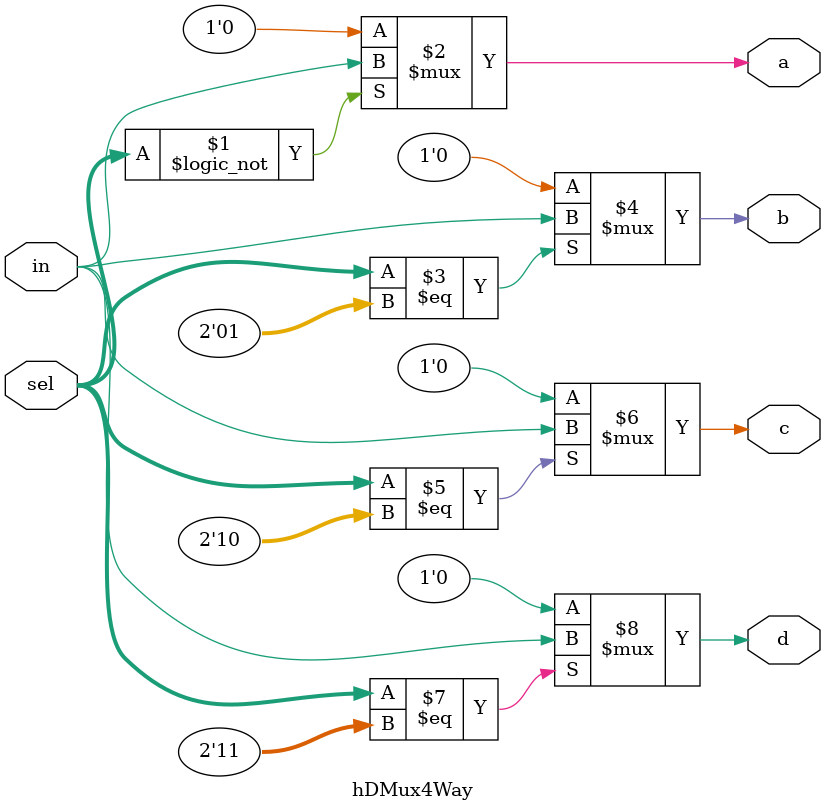
<source format=v>
`ifndef _h_dmux4way_
`define _h_dmux4way_

`timescale 1ns / 1ps
module hDMux4Way(
    input wire in,
    input wire [1:0] sel,
    output wire a,
    output wire b,
    output wire c,
    output wire d
    );
	
	assign a = (sel == 2'b00)? in : 1'b0;
	assign b = (sel == 2'b01)? in : 1'b0;
	assign c = (sel == 2'b10)? in : 1'b0;
	assign d = (sel == 2'b11)? in : 1'b0;

endmodule

`endif
</source>
